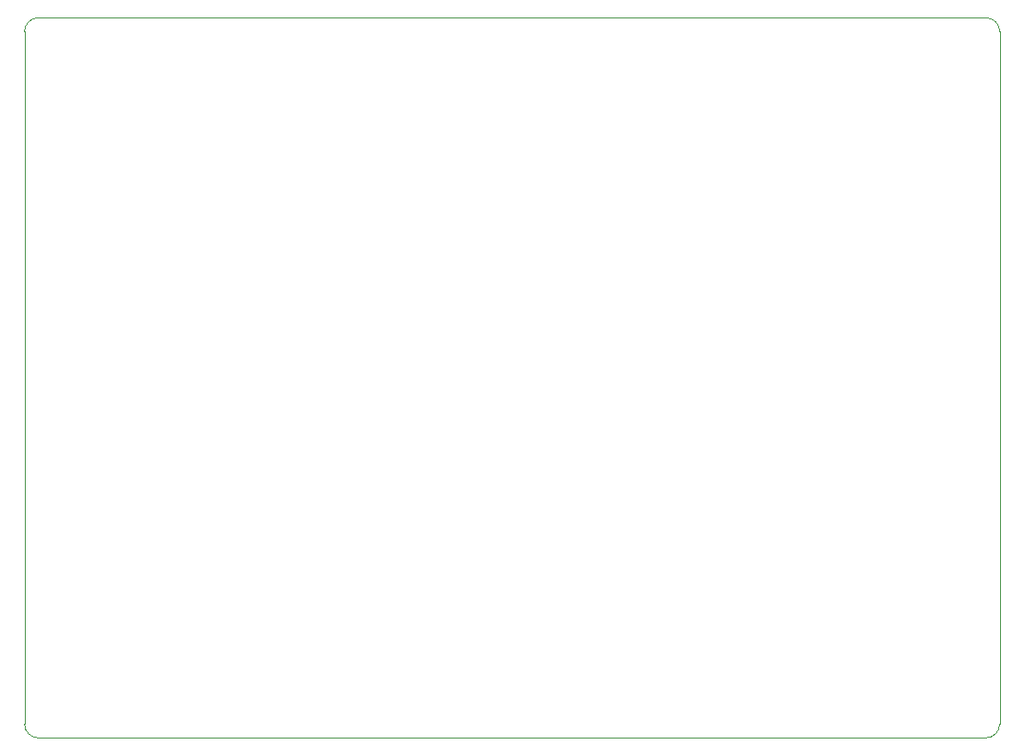
<source format=gbr>
%TF.GenerationSoftware,Altium Limited,Altium Designer,25.8.1 (18)*%
G04 Layer_Color=0*
%FSLAX45Y45*%
%MOMM*%
%TF.SameCoordinates,86462A3C-2A55-4F76-B35D-D1350583A7ED*%
%TF.FilePolarity,Positive*%
%TF.FileFunction,Profile,NP*%
%TF.Part,Single*%
G01*
G75*
%TA.AperFunction,Profile*%
%ADD116C,0.02540*%
D116*
X25400Y8483600D02*
G03*
X152400Y8356600I127000J0D01*
G01*
X8864600D01*
D02*
G03*
X8991600Y8483600I0J127000D01*
G01*
Y14859000D01*
D02*
G03*
X8864600Y14986000I-127000J0D01*
G01*
X152400D01*
D02*
G03*
X25400Y14859000I0J-127000D01*
G01*
Y8483600D01*
%TF.MD5,059b59ffb9f66ccce6837941a6fe851c*%
M02*

</source>
